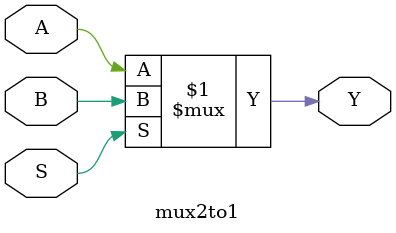
<source format=sv>

module mux2to1(input wire A, B, S, output wire Y);
  assign Y = S ? B : A;
  // assign Y = (~S & A) | (S & B);  // Multiplexer logic using gates
endmodule
</source>
